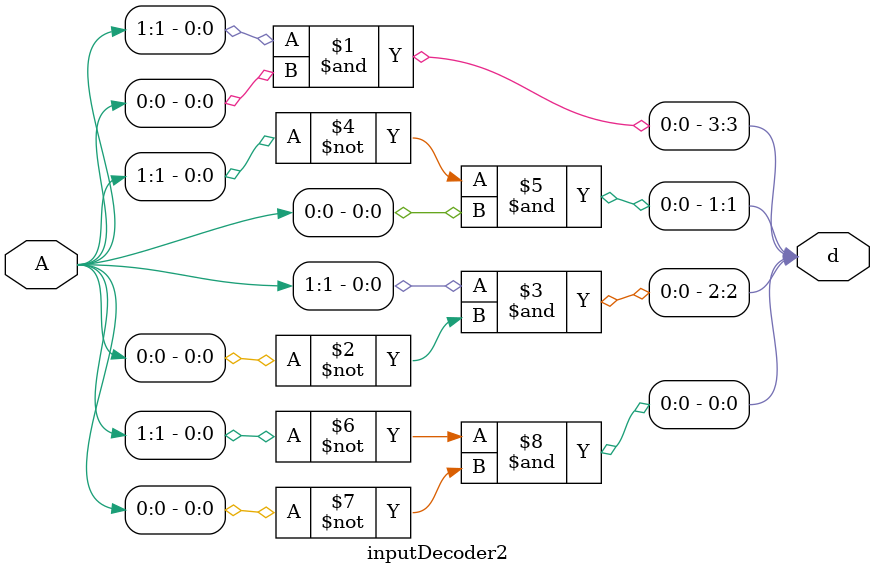
<source format=v>
`timescale 1ns / 1ps

module inputDecoder2(
    input [1:0]A,
    output [3:0]d
    );
    
    assign d[3] = A[1] & A[0];
    assign d[2] = A[1] & ~A[0];
    assign d[1] = ~A[1] & A[0];
    assign d[0] = ~A[1] & ~A[0];
       
endmodule

</source>
